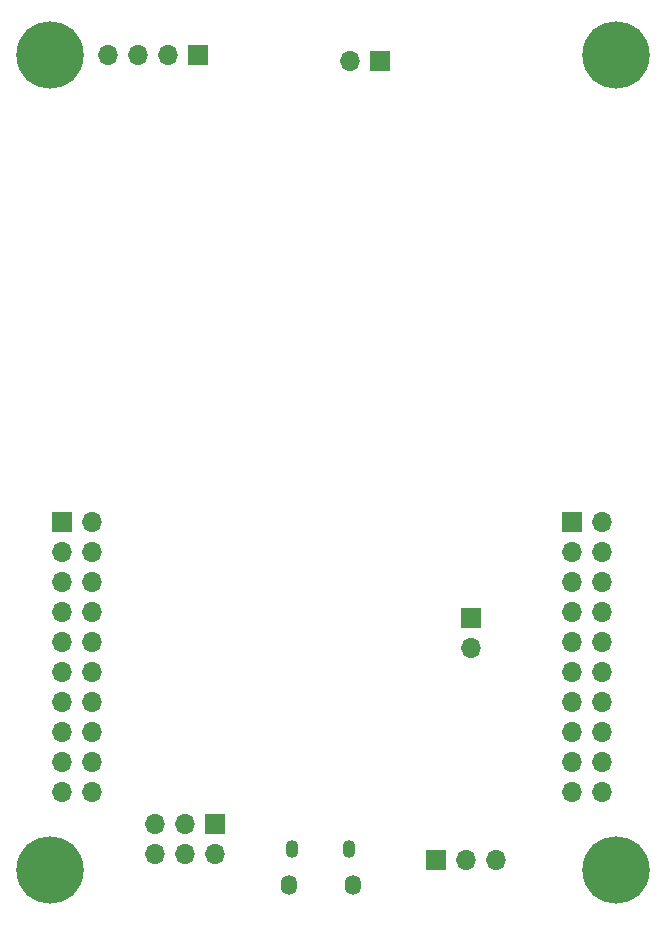
<source format=gbr>
%TF.GenerationSoftware,KiCad,Pcbnew,(5.1.9)-1*%
%TF.CreationDate,2021-05-14T17:37:09+02:00*%
%TF.ProjectId,STM32_Launchpad_v1r1,53544d33-325f-44c6-9175-6e6368706164,rev?*%
%TF.SameCoordinates,Original*%
%TF.FileFunction,Soldermask,Bot*%
%TF.FilePolarity,Negative*%
%FSLAX46Y46*%
G04 Gerber Fmt 4.6, Leading zero omitted, Abs format (unit mm)*
G04 Created by KiCad (PCBNEW (5.1.9)-1) date 2021-05-14 17:37:09*
%MOMM*%
%LPD*%
G01*
G04 APERTURE LIST*
%ADD10O,1.700000X1.700000*%
%ADD11R,1.700000X1.700000*%
%ADD12O,1.350000X1.700000*%
%ADD13O,1.100000X1.500000*%
%ADD14C,5.700000*%
G04 APERTURE END LIST*
D10*
%TO.C,J5*%
X110260000Y-120380000D03*
X107720000Y-120380000D03*
X110260000Y-117840000D03*
X107720000Y-117840000D03*
X110260000Y-115300000D03*
X107720000Y-115300000D03*
X110260000Y-112760000D03*
X107720000Y-112760000D03*
X110260000Y-110220000D03*
X107720000Y-110220000D03*
X110260000Y-107680000D03*
X107720000Y-107680000D03*
X110260000Y-105140000D03*
X107720000Y-105140000D03*
X110260000Y-102600000D03*
X107720000Y-102600000D03*
X110260000Y-100060000D03*
X107720000Y-100060000D03*
X110260000Y-97520000D03*
D11*
X107720000Y-97520000D03*
%TD*%
D10*
%TO.C,J8*%
X88960000Y-58500000D03*
D11*
X91500000Y-58500000D03*
%TD*%
%TO.C,J7*%
X77500000Y-123100000D03*
D10*
X77500000Y-125640000D03*
X74960000Y-125640000D03*
X72420000Y-125640000D03*
X72420000Y-123100000D03*
X74960000Y-123100000D03*
%TD*%
%TO.C,J4*%
X99200000Y-108140000D03*
D11*
X99200000Y-105600000D03*
%TD*%
D10*
%TO.C,J6*%
X101280000Y-126100000D03*
X98740000Y-126100000D03*
D11*
X96200000Y-126100000D03*
%TD*%
D10*
%TO.C,J1*%
X68460000Y-58000000D03*
X71000000Y-58000000D03*
X73540000Y-58000000D03*
D11*
X76080000Y-58000000D03*
%TD*%
D12*
%TO.C,J2*%
X89205000Y-128230000D03*
X83745000Y-128230000D03*
D13*
X88895000Y-125230000D03*
X84055000Y-125230000D03*
%TD*%
D14*
%TO.C,H4*%
X63500000Y-127000000D03*
%TD*%
%TO.C,H3*%
X63500000Y-58000000D03*
%TD*%
%TO.C,H2*%
X111500000Y-58000000D03*
%TD*%
%TO.C,H1*%
X111500000Y-127000000D03*
%TD*%
D10*
%TO.C,J3*%
X67080000Y-120380000D03*
X64540000Y-120380000D03*
X67080000Y-117840000D03*
X64540000Y-117840000D03*
X67080000Y-115300000D03*
X64540000Y-115300000D03*
X67080000Y-112760000D03*
X64540000Y-112760000D03*
X67080000Y-110220000D03*
X64540000Y-110220000D03*
X67080000Y-107680000D03*
X64540000Y-107680000D03*
X67080000Y-105140000D03*
X64540000Y-105140000D03*
X67080000Y-102600000D03*
X64540000Y-102600000D03*
X67080000Y-100060000D03*
X64540000Y-100060000D03*
X67080000Y-97520000D03*
D11*
X64540000Y-97520000D03*
%TD*%
M02*

</source>
